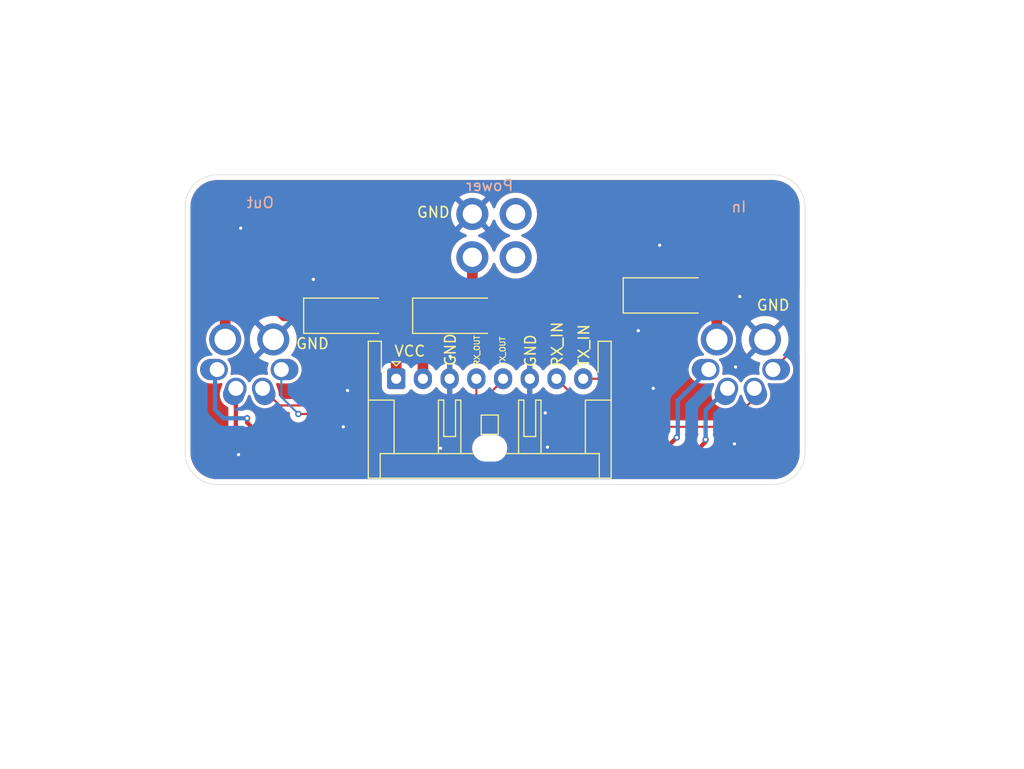
<source format=kicad_pcb>
(kicad_pcb (version 20240108) (generator "pcbnew") (generator_version "8.0")
  (layers (0 "F.Cu" signal) (31 "B.Cu" signal) (34 "B.Paste" user) (35 "F.Paste" user) (36 "B.SilkS" user "B.Silkscreen") (37 "F.SilkS" user "F.Silkscreen") (38 "B.Mask" user) (39 "F.Mask" user) (44 "Edge.Cuts" user))
  (net 0 "")
  (net 1 "GND")
  (net 2 "/Ch_GND")
  (net 3 "/VIN_BAT_PHY")
  (net 4 "/+Batt")
  (net 5 "RP2040_RX_OUT")
  (net 6 "RP2040_TX_IN")
  (net 7 "RP2040_RX_IN")
  (net 8 "RP2040_TX_OUT")
  (net 9 "SPEAKER_-")
  (net 10 "SPEAKER_+")
  (net 11 "/VOUT_PHY")
  (net 12 "VCC")
  (net 13 "/VIN_RX_PHY")
  (footprint "Diode_SMD:D_SMA_Handsoldering" (layer "F.Cu") (at 146.8 81.2)
    (property "Reference" "D1" (hide yes))
    (property "Value" "D_Shockley")
    (fp_line (start -4.51 -1.65) (end -4.51 1.65) (stroke (width 0.12)) (layer "F.SilkS"))
    (fp_line (start -4.51 -1.65) (end 2.5 -1.65) (stroke (width 0.12)) (layer "F.SilkS"))
    (fp_line (start -4.51 1.65) (end 2.5 1.65) (stroke (width 0.12)) (layer "F.SilkS"))
    (pad "1" smd roundrect (at -2.5 0) (size 3.5 1.8) (layers "F.Cu" "F.Paste" "F.Mask") (roundrect_rratio 0.1388888889) (net 12 "VCC"))
    (pad "2" smd roundrect (at 2.5 0) (size 3.5 1.8) (layers "F.Cu" "F.Paste" "F.Mask") (roundrect_rratio 0.1388888889) (net 3 "/VIN_BAT_PHY"))
  )
  (footprint "Connector_JST:JST_XA_S08B-XASK-1_1x08_P2.50mm_Horizontal" (layer "F.Cu") (at 140.75 87.1)
    (property "Reference" "J4" (hide yes))
    (property "Value" "Conn_01x08")
    (fp_line (start -2.61 -3.51) (end -2.61 9.31) (stroke (width 0.12)) (layer "F.SilkS"))
    (fp_line (start -2.61 9.31) (end 20.11 9.31) (stroke (width 0.12)) (layer "F.SilkS"))
    (fp_line (start -1.5 7.01) (end 7.15 7.01) (stroke (width 0.12)) (layer "F.SilkS"))
    (fp_line (start -1.5 9.31) (end -1.5 7.01) (stroke (width 0.12)) (layer "F.SilkS"))
    (fp_line (start -1.39 -3.51) (end -2.61 -3.51) (stroke (width 0.12)) (layer "F.SilkS"))
    (fp_line (start -1.39 -0.61) (end -1.39 -3.51) (stroke (width 0.12)) (layer "F.SilkS"))
    (fp_line (start -1.11 -0.61) (end -1.39 -0.61) (stroke (width 0.12)) (layer "F.SilkS"))
    (fp_line (start -0.4 -1.6) (end 0.4 -1.6) (stroke (width 0.12)) (layer "F.SilkS"))
    (fp_line (start -0.2 2) (end -2.61 2) (stroke (width 0.12)) (layer "F.SilkS"))
    (fp_line (start -0.2 7.01) (end -0.2 2) (stroke (width 0.12)) (layer "F.SilkS"))
    (fp_line (start 0 -1.2) (end -0.4 -1.6) (stroke (width 0.12)) (layer "F.SilkS"))
    (fp_line (start 0.4 -1.6) (end 0 -1.2) (stroke (width 0.12)) (layer "F.SilkS"))
    (fp_line (start 3.95 2) (end 3.95 7.01) (stroke (width 0.12)) (layer "F.SilkS"))
    (fp_line (start 4.45 2) (end 3.95 2) (stroke (width 0.12)) (layer "F.SilkS"))
    (fp_line (start 4.45 5.41) (end 4.45 2) (stroke (width 0.12)) (layer "F.SilkS"))
    (fp_line (start 5.55 2) (end 5.55 5.41) (stroke (width 0.12)) (layer "F.SilkS"))
    (fp_line (start 5.55 5.41) (end 4.45 5.41) (stroke (width 0.12)) (layer "F.SilkS"))
    (fp_line (start 6.05 2) (end 5.55 2) (stroke (width 0.12)) (layer "F.SilkS"))
    (fp_line (start 6.05 7.01) (end 6.05 2) (stroke (width 0.12)) (layer "F.SilkS"))
    (fp_line (start 7.95 3.4) (end 9.55 3.4) (stroke (width 0.12)) (layer "F.SilkS"))
    (fp_line (start 7.95 5.2) (end 7.95 3.4) (stroke (width 0.12)) (layer "F.SilkS"))
    (fp_line (start 9.55 3.4) (end 9.55 5.2) (stroke (width 0.12)) (layer "F.SilkS"))
    (fp_line (start 9.55 5.2) (end 7.95 5.2) (stroke (width 0.12)) (layer "F.SilkS"))
    (fp_line (start 10.35 7.01) (end 19 7.01) (stroke (width 0.12)) (layer "F.SilkS"))
    (fp_line (start 11.45 2) (end 11.95 2) (stroke (width 0.12)) (layer "F.SilkS"))
    (fp_line (start 11.45 7.01) (end 11.45 2) (stroke (width 0.12)) (layer "F.SilkS"))
    (fp_line (start 11.95 2) (end 11.95 5.41) (stroke (width 0.12)) (layer "F.SilkS"))
    (fp_line (start 11.95 5.41) (end 13.05 5.41) (stroke (width 0.12)) (layer "F.SilkS"))
    (fp_line (start 13.05 2) (end 13.55 2) (stroke (width 0.12)) (layer "F.SilkS"))
    (fp_line (start 13.05 5.41) (end 13.05 2) (stroke (width 0.12)) (layer "F.SilkS"))
    (fp_line (start 13.55 2) (end 13.55 7.01) (stroke (width 0.12)) (layer "F.SilkS"))
    (fp_line (start 17.7 2) (end 20.11 2) (stroke (width 0.12)) (layer "F.SilkS"))
    (fp_line (start 17.7 7.01) (end 17.7 2) (stroke (width 0.12)) (layer "F.SilkS"))
    (fp_line (start 18.89 -3.51) (end 18.89 -0.61) (stroke (width 0.12)) (layer "F.SilkS"))
    (fp_line (start 18.89 -0.61) (end 18.61 -0.61) (stroke (width 0.12)) (layer "F.SilkS"))
    (fp_line (start 19 7.01) (end 19 9.31) (stroke (width 0.12)) (layer "F.SilkS"))
    (fp_line (start 20.11 -3.51) (end 18.89 -3.51) (stroke (width 0.12)) (layer "F.SilkS"))
    (fp_line (start 20.11 9.31) (end 20.11 -3.51) (stroke (width 0.12)) (layer "F.SilkS"))
    (pad "" np_thru_hole oval (at 8.75 6.5) (size 2.8 2) (drill oval 2.8 2) (layers "*.Cu" "*.Mask"))
    (pad "1" thru_hole roundrect (at 0 0) (size 1.7 1.95) (drill 0.95) (layers "*.Cu" "*.Mask") (roundrect_rratio 0.147059) (net 12 "VCC"))
    (pad "2" thru_hole oval (at 2.5 0) (size 1.7 1.95) (drill 0.95) (layers "*.Cu" "*.Mask") (net 12 "VCC"))
    (pad "3" thru_hole oval (at 5 0) (size 1.7 1.95) (drill 0.95) (layers "*.Cu" "*.Mask") (net 1 "GND"))
    (pad "4" thru_hole oval (at 7.5 0) (size 1.7 1.95) (drill 0.95) (layers "*.Cu" "*.Mask") (net 5 "RP2040_RX_OUT"))
    (pad "5" thru_hole oval (at 10 0) (size 1.7 1.95) (drill 0.95) (layers "*.Cu" "*.Mask") (net 8 "RP2040_TX_OUT"))
    (pad "6" thru_hole oval (at 12.5 0) (size 1.7 1.95) (drill 0.95) (layers "*.Cu" "*.Mask") (net 1 "GND"))
    (pad "7" thru_hole oval (at 15 0) (size 1.7 1.95) (drill 0.95) (layers "*.Cu" "*.Mask") (net 7 "RP2040_RX_IN"))
    (pad "8" thru_hole oval (at 17.5 0) (size 1.7 1.95) (drill 0.95) (layers "*.Cu" "*.Mask") (net 6 "RP2040_TX_IN"))
  )
  (footprint "Diode_SMD:D_SMA_Handsoldering" (layer "F.Cu") (at 136.6 81.2)
    (property "Reference" "D2" (hide yes))
    (property "Value" "D_Shockley")
    (fp_line (start -4.51 -1.65) (end -4.51 1.65) (stroke (width 0.12)) (layer "F.SilkS"))
    (fp_line (start -4.51 -1.65) (end 2.5 -1.65) (stroke (width 0.12)) (layer "F.SilkS"))
    (fp_line (start -4.51 1.65) (end 2.5 1.65) (stroke (width 0.12)) (layer "F.SilkS"))
    (pad "1" smd roundrect (at -2.5 0) (size 3.5 1.8) (layers "F.Cu" "F.Paste" "F.Mask") (roundrect_rratio 0.1388888889) (net 11 "/VOUT_PHY"))
    (pad "2" smd roundrect (at 2.5 0) (size 3.5 1.8) (layers "F.Cu" "F.Paste" "F.Mask") (roundrect_rratio 0.1388888889) (net 12 "VCC"))
  )
  (footprint "cacophony-library:jcon-2+4pin-m16" (layer "F.Cu") (at 127 85 180)
    (property "Reference" "J6" (hide yes))
    (property "Value" "JCON_M16_2+4Pin")
    (pad "1" thru_hole circle (at -2.25 1.58 270) (size 3 3) (drill 2) (layers "*.Cu" "*.Mask") (net 1 "GND") (clearance 0.3) (thermal_gap 0.7))
    (pad "2" thru_hole oval (at -3 -1.24 270) (size 2 2.6) (drill 1.4 (offset 0 -0.3)) (layers "*.Cu" "*.Mask") (net 8 "RP2040_TX_OUT") (clearance 0.3))
    (pad "3" thru_hole oval (at -1.25 -3 290) (size 2.6 2) (drill 1.4 (offset 0.3 0)) (layers "*.Cu" "*.Mask") (net 5 "RP2040_RX_OUT") (clearance 0.3))
    (pad "4" thru_hole oval (at 1.25 -3 340) (size 2 2.6) (drill 1.4 (offset 0 0.3)) (layers "*.Cu" "*.Mask") (net 10 "SPEAKER_+") (clearance 0.3))
    (pad "5" thru_hole oval (at 3 -1.24 180) (size 2.6 2) (drill 1.4 (offset 0.3 0)) (layers "*.Cu" "*.Mask") (net 9 "SPEAKER_-") (clearance 0.3))
    (pad "6" thru_hole circle (at 2.25 1.58 270) (size 3 3) (drill 2) (layers "*.Cu" "*.Mask") (net 11 "/VOUT_PHY") (clearance 0.3) (thermal_gap 0.7))
  )
  (footprint "cacophony-library:jcon-2+4pin-m16" (layer "F.Cu") (at 173 85 180)
    (property "Reference" "J5" (hide yes))
    (property "Value" "JCON_M16_2+4Pin")
    (pad "1" thru_hole circle (at -2.25 1.58 270) (size 3 3) (drill 2) (layers "*.Cu" "*.Mask") (net 1 "GND") (clearance 0.3) (thermal_gap 0.7))
    (pad "2" thru_hole oval (at -3 -1.24 270) (size 2 2.6) (drill 1.4 (offset 0 -0.3)) (layers "*.Cu" "*.Mask") (net 6 "RP2040_TX_IN") (clearance 0.3))
    (pad "3" thru_hole oval (at -1.25 -3 290) (size 2.6 2) (drill 1.4 (offset 0.3 0)) (layers "*.Cu" "*.Mask") (net 7 "RP2040_RX_IN") (clearance 0.3))
    (pad "4" thru_hole oval (at 1.25 -3 340) (size 2 2.6) (drill 1.4 (offset 0 0.3)) (layers "*.Cu" "*.Mask") (net 10 "SPEAKER_+") (clearance 0.3))
    (pad "5" thru_hole oval (at 3 -1.24 180) (size 2.6 2) (drill 1.4 (offset 0.3 0)) (layers "*.Cu" "*.Mask") (net 9 "SPEAKER_-") (clearance 0.3))
    (pad "6" thru_hole circle (at 2.25 1.58 270) (size 3 3) (drill 2) (layers "*.Cu" "*.Mask") (net 13 "/VIN_RX_PHY") (clearance 0.3) (thermal_gap 0.7))
  )
  (footprint "Diode_SMD:D_SMA_Handsoldering" (layer "F.Cu") (at 166.5 79.3)
    (property "Reference" "D3" (hide yes))
    (property "Value" "D_Shockley")
    (fp_line (start -4.51 -1.65) (end -4.51 1.65) (stroke (width 0.12)) (layer "F.SilkS"))
    (fp_line (start -4.51 -1.65) (end 2.5 -1.65) (stroke (width 0.12)) (layer "F.SilkS"))
    (fp_line (start -4.51 1.65) (end 2.5 1.65) (stroke (width 0.12)) (layer "F.SilkS"))
    (pad "1" smd roundrect (at -2.5 0) (size 3.5 1.8) (layers "F.Cu" "F.Paste" "F.Mask") (roundrect_rratio 0.1388888889) (net 12 "VCC"))
    (pad "2" smd roundrect (at 2.5 0) (size 3.5 1.8) (layers "F.Cu" "F.Paste" "F.Mask") (roundrect_rratio 0.1388888889) (net 13 "/VIN_RX_PHY"))
  )
  (footprint "cacophony-library:jcon-4pin_m16" (layer "F.Cu") (at 149.9 73.7 -90)
    (property "Reference" "J2" (hide yes))
    (property "Value" "JCON_M16_04Pin")
    (pad "1" thru_hole circle (at -2.025 2.025 270) (size 3 3) (drill 1.8) (layers "*.Cu" "*.Mask") (net 1 "GND") (clearance 0.5) (thermal_gap 0.5))
    (pad "2" thru_hole circle (at 2.025 2.025 270) (size 3 3) (drill 1.8) (layers "*.Cu" "*.Mask") (net 3 "/VIN_BAT_PHY") (clearance 0.5) (thermal_gap 0.5))
    (pad "3" thru_hole circle (at 2.025 -2.025 270) (size 3 3) (drill 1.8) (layers "*.Cu" "*.Mask") (net 2 "/Ch_GND") (clearance 0.5) (thermal_gap 0.5))
    (pad "4" thru_hole circle (at -2.025 -2.025 270) (size 3 3) (drill 1.8) (layers "*.Cu" "*.Mask") (net 4 "/+Batt") (clearance 0.5) (thermal_gap 0.5))
  )
  (gr_line (start 176 97) (end 124 97) (stroke (width 0.05)) (layer "Edge.Cuts"))
  (gr_line (start 121 94) (end 121 71) (stroke (width 0.05)) (layer "Edge.Cuts"))
  (gr_arc (start 124 97) (mid 121.87868 96.12132) (end 121 94) (stroke (width 0.05)) (layer "Edge.Cuts"))
  (gr_arc (start 121 71) (mid 121.87868 68.87868) (end 124 68) (stroke (width 0.05)) (layer "Edge.Cuts"))
  (gr_line (start 124 68) (end 176 68) (stroke (width 0.05)) (layer "Edge.Cuts"))
  (gr_arc (start 176 68) (mid 178.12132 68.87868) (end 179 71) (stroke (width 0.05)) (layer "Edge.Cuts"))
  (gr_line (start 179 71) (end 179 94) (stroke (width 0.05)) (layer "Edge.Cuts"))
  (gr_arc (start 179 94) (mid 178.12132 96.12132) (end 176 97) (stroke (width 0.05)) (layer "Edge.Cuts"))
  (gr_text "In" (at 173.6 71.6 0) (layer "B.SilkS") (effects (font (size 1 1)) (justify left bottom mirror)))
  (gr_text "Power" (at 151.8 69.6 0) (layer "B.SilkS") (effects (font (size 1 1)) (justify left bottom mirror)))
  (gr_text "Out" (at 129.4 71.2 0) (layer "B.SilkS") (effects (font (size 1 1)) (justify left bottom mirror)))
  (gr_text "RX_IN" (at 156.4 86.1 90) (layer "F.SilkS") (effects (font (size 1 1)) (justify left bottom)))
  (gr_text "GND" (at 174.4 80.8 0) (layer "F.SilkS") (effects (font (size 1 1)) (justify left bottom)))
  (gr_text "TX_IN" (at 158.9 86.1 90) (layer "F.SilkS") (effects (font (size 1 1)) (justify left bottom)))
  (gr_text "RX_OUT" (at 148.6 85.9 90) (layer "F.SilkS") (effects (font (size 0.5 0.5) (thickness 0.1)) (justify left bottom)))
  (gr_text "GND" (at 142.6 72.1 0) (layer "F.SilkS") (effects (font (size 1 1)) (justify left bottom)))
  (gr_text "GND" (at 146.4 86 90) (layer "F.SilkS") (effects (font (size 1 1)) (justify left bottom)))
  (gr_text "VCC" (at 140.5 85.1 0) (layer "F.SilkS") (effects (font (size 1 1)) (justify left bottom)))
  (gr_text "TX_OUT" (at 151 85.9 90) (layer "F.SilkS") (effects (font (size 0.5 0.5) (thickness 0.1)) (justify left bottom)))
  (gr_text "GND" (at 153.9 86.1 90) (layer "F.SilkS") (effects (font (size 1 1)) (justify left bottom)))
  (gr_text "GND" (at 131.3 84.4 0) (layer "F.SilkS") (effects (font (size 1 1)) (justify left bottom)))
  (via (at 154.9 93.5) (size 0.6) (drill 0.3) (layers "F.Cu" "B.Cu") (net 1))
  (via (at 136.2 88.2) (size 0.6) (drill 0.3) (layers "F.Cu" "B.Cu") (net 1))
  (via (at 172.9 79.4) (size 0.6) (drill 0.3) (layers "F.Cu" "B.Cu") (net 1))
  (via (at 172.4 93.2) (size 0.6) (drill 0.3) (layers "F.Cu" "B.Cu") (net 1))
  (via (at 144.9 93.6) (size 0.6) (drill 0.3) (layers "F.Cu" "B.Cu") (net 1))
  (via (at 164.8 88) (size 0.6) (drill 0.3) (layers "F.Cu" "B.Cu") (net 1))
  (via (at 126 94.2) (size 0.6) (drill 0.3) (layers "F.Cu" "B.Cu") (net 1))
  (via (at 133 77.8) (size 0.6) (drill 0.3) (layers "F.Cu" "B.Cu") (net 1))
  (via (at 145.8 85) (size 0.6) (drill 0.3) (layers "F.Cu" "B.Cu") (net 1))
  (via (at 172.5 86) (size 0.6) (drill 0.3) (layers "F.Cu" "B.Cu") (net 1))
  (via (at 165.4 74.6) (size 0.6) (drill 0.3) (layers "F.Cu" "B.Cu") (net 1))
  (via (at 126.2 73) (size 0.6) (drill 0.3) (layers "F.Cu" "B.Cu") (net 1))
  (via (at 163.4 82.6) (size 0.6) (drill 0.3) (layers "F.Cu" "B.Cu") (net 1))
  (via (at 135.8 91.6) (size 0.6) (drill 0.3) (layers "F.Cu" "B.Cu") (net 1))
  (via (at 154.7 90.3) (size 0.6) (drill 0.3) (layers "F.Cu" "B.Cu") (net 1))
  (segment (start 149.3 79.8) (end 147.875 78.375) (width 1) (layer "F.Cu") (net 3))
  (segment (start 149.3 81.2) (end 149.3 79.8) (width 1) (layer "F.Cu") (net 3))
  (segment (start 147.875 78.375) (end 147.875 75.725) (width 1) (layer "F.Cu") (net 3))
  (segment (start 128.25 88) (end 129.85 89.6) (width 0.2) (layer "F.Cu") (net 5))
  (segment (start 147.2 89.6) (end 148.25 88.55) (width 0.2) (layer "F.Cu") (net 5))
  (segment (start 129.85 89.6) (end 147.2 89.6) (width 0.2) (layer "F.Cu") (net 5))
  (segment (start 148.25 88.55) (end 148.25 87.1) (width 0.2) (layer "F.Cu") (net 5))
  (segment (start 160.7 87.1) (end 166.7 81.1) (width 0.2) (layer "F.Cu") (net 6))
  (segment (start 177.8 84.44) (end 176 86.24) (width 0.2) (layer "F.Cu") (net 6))
  (segment (start 177.8 79.1) (end 177.8 84.44) (width 0.2) (layer "F.Cu") (net 6))
  (segment (start 158.25 87.1) (end 160.7 87.1) (width 0.2) (layer "F.Cu") (net 6))
  (segment (start 166.7 78) (end 167.6 77.1) (width 0.2) (layer "F.Cu") (net 6))
  (segment (start 175.8 77.1) (end 177.8 79.1) (width 0.2) (layer "F.Cu") (net 6))
  (segment (start 166.7 81.1) (end 166.7 78) (width 0.2) (layer "F.Cu") (net 6))
  (segment (start 167.6 77.1) (end 175.8 77.1) (width 0.2) (layer "F.Cu") (net 6))
  (segment (start 174.25 88) (end 174.25 88.95) (width 0.2) (layer "F.Cu") (net 7))
  (segment (start 160.25 91.6) (end 155.75 87.1) (width 0.2) (layer "F.Cu") (net 7))
  (segment (start 174.25 88.95) (end 171.6 91.6) (width 0.2) (layer "F.Cu") (net 7))
  (segment (start 171.6 91.6) (end 160.25 91.6) (width 0.2) (layer "F.Cu") (net 7))
  (segment (start 150.75 87.1) (end 150.75 87.225) (width 0.2) (layer "F.Cu") (net 8))
  (segment (start 147.575 90.4) (end 131.6 90.4) (width 0.2) (layer "F.Cu") (net 8))
  (segment (start 150.75 87.225) (end 147.575 90.4) (width 0.2) (layer "F.Cu") (net 8))
  (via (at 131.6 90.4) (size 0.6) (drill 0.3) (layers "F.Cu" "B.Cu") (net 8))
  (segment (start 130 86.24) (end 130 88.8) (width 0.2) (layer "B.Cu") (net 8))
  (segment (start 130 88.8) (end 131.6 90.4) (width 0.2) (layer "B.Cu") (net 8))
  (segment (start 128.6 93) (end 126.8 91.2) (width 0.4) (layer "F.Cu") (net 9))
  (segment (start 126.8 91.2) (end 126.8 90.8) (width 0.4) (layer "F.Cu") (net 9))
  (segment (start 165.8 93.8) (end 159.1 93.8) (width 0.4) (layer "F.Cu") (net 9))
  (segment (start 140.85 93) (end 128.6 93) (width 0.4) (layer "F.Cu") (net 9))
  (segment (start 142.35 91.5) (end 140.85 93) (width 0.4) (layer "F.Cu") (net 9))
  (segment (start 159.1 93.8) (end 156.8 91.5) (width 0.4) (layer "F.Cu") (net 9))
  (segment (start 156.8 91.5) (end 142.35 91.5) (width 0.4) (layer "F.Cu") (net 9))
  (segment (start 167 92.6) (end 165.8 93.8) (width 0.4) (layer "F.Cu") (net 9))
  (segment (start 170 86.24) (end 168.96 86.24) (width 0.4) (layer "F.Cu") (net 9))
  (via (at 167 92.6) (size 0.6) (drill 0.3) (layers "F.Cu" "B.Cu") (net 9))
  (via (at 126.8 90.8) (size 0.6) (drill 0.3) (layers "F.Cu" "B.Cu") (net 9))
  (segment (start 123.8 86.44) (end 124 86.24) (width 0.4) (layer "B.Cu") (net 9))
  (segment (start 167.1 92.5) (end 167.1 89.14) (width 0.4) (layer "B.Cu") (net 9))
  (segment (start 126.8 90.8) (end 124.6 90.8) (width 0.4) (layer "B.Cu") (net 9))
  (segment (start 124.6 90.8) (end 123.8 90) (width 0.4) (layer "B.Cu") (net 9))
  (segment (start 123.8 90) (end 123.8 86.44) (width 0.4) (layer "B.Cu") (net 9))
  (segment (start 167.1 89.14) (end 170 86.24) (width 0.4) (layer "B.Cu") (net 9))
  (segment (start 167 92.6) (end 167.1 92.5) (width 0.4) (layer "B.Cu") (net 9))
  (segment (start 167.2 95.5) (end 169.7 93) (width 0.4) (layer "F.Cu") (net 10))
  (segment (start 125.75 92.35) (end 128.9 95.5) (width 0.4) (layer "F.Cu") (net 10))
  (segment (start 128.9 95.5) (end 167.2 95.5) (width 0.4) (layer "F.Cu") (net 10))
  (segment (start 125.75 88) (end 125.75 92.35) (width 0.4) (layer "F.Cu") (net 10))
  (segment (start 169.7 93) (end 169.7 92.8) (width 0.4) (layer "F.Cu") (net 10))
  (via (at 169.7 92.8) (size 0.6) (drill 0.3) (layers "F.Cu" "B.Cu") (net 10))
  (segment (start 169.7 90.05) (end 171.75 88) (width 0.4) (layer "B.Cu") (net 10))
  (segment (start 169.7 92.8) (end 169.7 90.05) (width 0.4) (layer "B.Cu") (net 10))
  (segment (start 124.75 81.35) (end 125.7 80.4) (width 1) (layer "F.Cu") (net 11))
  (segment (start 125.7 80.4) (end 129.482692 80.4) (width 1) (layer "F.Cu") (net 11))
  (segment (start 130.282692 81.2) (end 135.1 81.2) (width 1) (layer "F.Cu") (net 11))
  (segment (start 129.482692 80.4) (end 130.282692 81.2) (width 1) (layer "F.Cu") (net 11))
  (segment (start 124.75 83.42) (end 124.75 81.35) (width 1) (layer "F.Cu") (net 11))
  (segment (start 157.7 79.3) (end 153.2 83.8) (width 1) (layer "F.Cu") (net 12))
  (segment (start 164 79.3) (end 157.7 79.3) (width 1) (layer "F.Cu") (net 12))
  (segment (start 140.85 83.8) (end 140.75 83.7) (width 1) (layer "F.Cu") (net 12))
  (segment (start 140.1 81.2) (end 144.3 81.2) (width 1) (layer "F.Cu") (net 12))
  (segment (start 143.9 83.8) (end 144.3 83.4) (width 1) (layer "F.Cu") (net 12))
  (segment (start 140.75 87.1) (end 140.75 83.7) (width 1) (layer "F.Cu") (net 12))
  (segment (start 140.75 83.7) (end 140.75 81.85) (width 1) (layer "F.Cu") (net 12))
  (segment (start 143.9 83.8) (end 143.25 84.45) (width 1) (layer "F.Cu") (net 12))
  (segment (start 153.2 83.8) (end 143.9 83.8) (width 1) (layer "F.Cu") (net 12))
  (segment (start 143.9 83.8) (end 140.85 83.8) (width 1) (layer "F.Cu") (net 12))
  (segment (start 144.3 83.4) (end 144.3 81.2) (width 1) (layer "F.Cu") (net 12))
  (segment (start 143.25 84.45) (end 143.25 87.1) (width 1) (layer "F.Cu") (net 12))
  (segment (start 140.75 81.85) (end 140.1 81.2) (width 1) (layer "F.Cu") (net 12))
  (segment (start 170.75 81.05) (end 169 79.3) (width 1) (layer "F.Cu") (net 13))
  (segment (start 170.75 83.42) (end 170.75 81.05) (width 1) (layer "F.Cu") (net 13))
  (zone (net 1) (net_name "GND") (layers "F&B.Cu") (connect_pads (clearance 0.5)) (min_thickness 0.25) (fill yes (thermal_gap 0.5) (thermal_bridge_width 0.5))
    (polygon (pts (xy 199.49 51.64) (xy 199.49 122.59) (xy 198.45 123.63) (xy 107.07 123.63) (xy 103.68 120.24) (xy 103.68 52.93) (xy 104.97 51.64)))
  )
)
</source>
